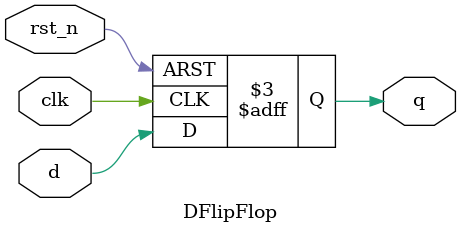
<source format=v>
module DFlipFlop #(
    parameter RESET_VALUE = 1'b0
) (
    input wire clk,
    input wire rst_n,
    input wire d,
    output reg q
);
    always @(posedge clk or negedge rst_n) begin
        if (!rst_n) begin
            q <= RESET_VALUE;
        end else begin
            q <= d;
        end
    end
endmodule
</source>
